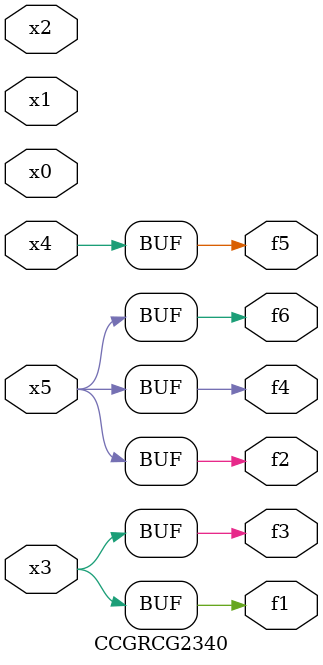
<source format=v>
module CCGRCG2340(
	input x0, x1, x2, x3, x4, x5,
	output f1, f2, f3, f4, f5, f6
);
	assign f1 = x3;
	assign f2 = x5;
	assign f3 = x3;
	assign f4 = x5;
	assign f5 = x4;
	assign f6 = x5;
endmodule

</source>
